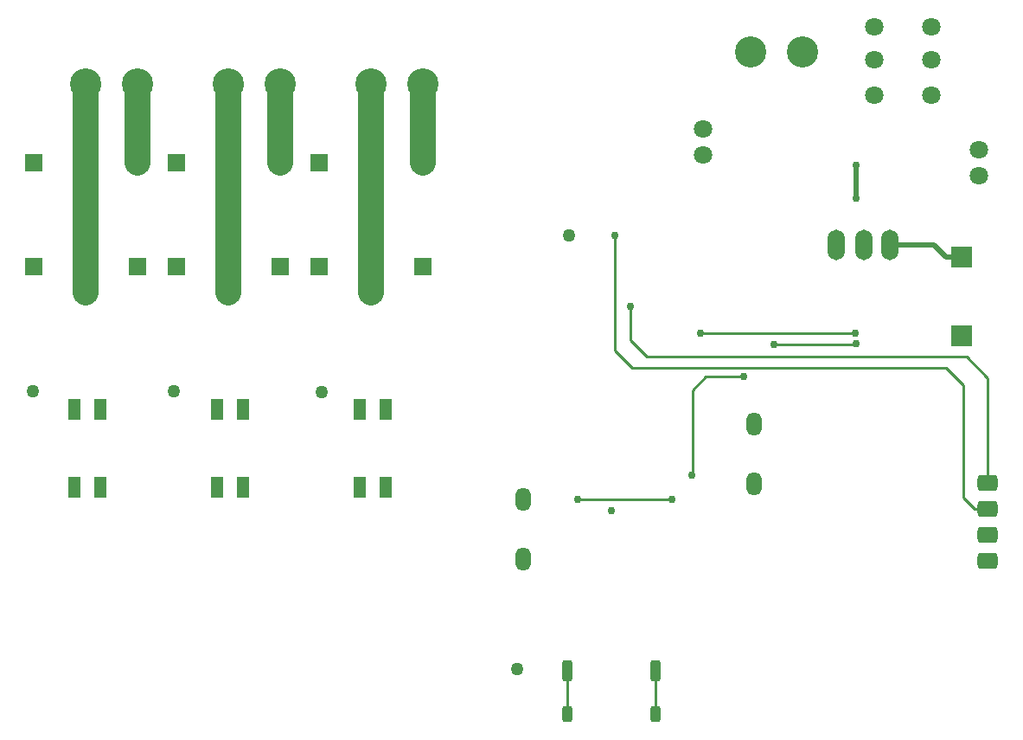
<source format=gbr>
%TF.GenerationSoftware,Altium Limited,Altium Designer,22.0.2 (36)*%
G04 Layer_Physical_Order=2*
G04 Layer_Color=16711680*
%FSLAX45Y45*%
%MOMM*%
%TF.SameCoordinates,D2D0E374-18DE-4B15-8EA8-0B9E4DC8859C*%
%TF.FilePolarity,Positive*%
%TF.FileFunction,Copper,L2,Bot,Signal*%
%TF.Part,Single*%
G01*
G75*
%TA.AperFunction,Conductor*%
%ADD28C,0.25400*%
%ADD29C,0.50000*%
%TA.AperFunction,ComponentPad*%
G04:AMPARAMS|DCode=32|XSize=2.1mm|YSize=1mm|CornerRadius=0.25mm|HoleSize=0mm|Usage=FLASHONLY|Rotation=90.000|XOffset=0mm|YOffset=0mm|HoleType=Round|Shape=RoundedRectangle|*
%AMROUNDEDRECTD32*
21,1,2.10000,0.50000,0,0,90.0*
21,1,1.60000,1.00000,0,0,90.0*
1,1,0.50000,0.25000,0.80000*
1,1,0.50000,0.25000,-0.80000*
1,1,0.50000,-0.25000,-0.80000*
1,1,0.50000,-0.25000,0.80000*
%
%ADD32ROUNDEDRECTD32*%
G04:AMPARAMS|DCode=33|XSize=1.6mm|YSize=1mm|CornerRadius=0.25mm|HoleSize=0mm|Usage=FLASHONLY|Rotation=90.000|XOffset=0mm|YOffset=0mm|HoleType=Round|Shape=RoundedRectangle|*
%AMROUNDEDRECTD33*
21,1,1.60000,0.50000,0,0,90.0*
21,1,1.10000,1.00000,0,0,90.0*
1,1,0.50000,0.25000,0.55000*
1,1,0.50000,0.25000,-0.55000*
1,1,0.50000,-0.25000,-0.55000*
1,1,0.50000,-0.25000,0.55000*
%
%ADD33ROUNDEDRECTD33*%
%ADD34R,2.00000X2.00000*%
%ADD35O,1.50000X2.30000*%
G04:AMPARAMS|DCode=36|XSize=1.6mm|YSize=2mm|CornerRadius=0.4mm|HoleSize=0mm|Usage=FLASHONLY|Rotation=90.000|XOffset=0mm|YOffset=0mm|HoleType=Round|Shape=RoundedRectangle|*
%AMROUNDEDRECTD36*
21,1,1.60000,1.20000,0,0,90.0*
21,1,0.80000,2.00000,0,0,90.0*
1,1,0.80000,0.60000,0.40000*
1,1,0.80000,0.60000,-0.40000*
1,1,0.80000,-0.60000,-0.40000*
1,1,0.80000,-0.60000,0.40000*
%
%ADD36ROUNDEDRECTD36*%
%ADD37C,1.80000*%
%ADD38C,3.04800*%
%ADD39R,1.75000X1.75000*%
%ADD40R,1.20000X2.00000*%
%ADD41O,1.70000X3.00000*%
%TA.AperFunction,ViaPad*%
%ADD42C,0.76200*%
%ADD43C,1.27000*%
%TA.AperFunction,Conductor*%
%ADD44C,2.50000*%
%ADD45C,3.00000*%
D28*
X7681250Y3470000D02*
X7690000Y3478750D01*
Y4300000D01*
X7820000Y4430000D01*
X8190000D01*
X7100000Y4517500D02*
X10175000D01*
X8485000Y4747500D02*
X9287500D01*
X7240000Y4627500D02*
X10372500D01*
X7080000Y4787500D02*
Y5115000D01*
X6932500Y4685000D02*
Y5807500D01*
X7080000Y4787500D02*
X7240000Y4627500D01*
X9287500Y4747500D02*
X9290000Y4750000D01*
X6932500Y4685000D02*
X7100000Y4517500D01*
X10372500Y4627500D02*
X10582500Y4417500D01*
X10175000Y4517500D02*
X10345000Y4347500D01*
X9283157Y4855000D02*
X9286862Y4858705D01*
X7767500Y4855000D02*
X9283157D01*
X6565000Y3230000D02*
X7487500D01*
X10345000Y3247179D02*
Y4347500D01*
X10582500Y3392000D02*
Y4417500D01*
X10345000Y3247179D02*
X10454179Y3138000D01*
X10582500D01*
X7331999Y1131620D02*
Y1549619D01*
X6467999Y1131620D02*
Y1549619D01*
D29*
X9292500Y6179482D02*
Y6495000D01*
Y6179482D02*
X9294533Y6177449D01*
X9292500Y6495000D02*
X9295000Y6497500D01*
X10175000Y5602500D02*
X10322500D01*
X10055000Y5722500D02*
X10175000Y5602500D01*
X9621500Y5722500D02*
X10055000D01*
D32*
X6467999Y1549619D02*
D03*
X7331999D02*
D03*
D33*
Y1131620D02*
D03*
X6467999D02*
D03*
D34*
X10322500Y4827800D02*
D03*
Y5602500D02*
D03*
D35*
X8297500Y3377500D02*
D03*
Y3961700D02*
D03*
X6030000Y2648300D02*
D03*
Y3232500D02*
D03*
D36*
X10582500Y2630000D02*
D03*
Y2884000D02*
D03*
Y3392000D02*
D03*
Y3138000D02*
D03*
D37*
X10030000Y7180000D02*
D03*
Y7530000D02*
D03*
Y7850000D02*
D03*
X9470000Y7180000D02*
D03*
Y7530000D02*
D03*
Y7850000D02*
D03*
X10495000Y6397762D02*
D03*
Y6651762D02*
D03*
X7797500Y6852500D02*
D03*
Y6598500D02*
D03*
D38*
X1744541Y7289093D02*
D03*
X2252542D02*
D03*
X5046542D02*
D03*
X4538541D02*
D03*
X3649542D02*
D03*
X3141541D02*
D03*
X8771500Y7610000D02*
D03*
X8263500D02*
D03*
D39*
X1744542Y5249593D02*
D03*
X2252542Y6519593D02*
D03*
Y5503593D02*
D03*
X1236542D02*
D03*
Y6519593D02*
D03*
X3141542Y5249593D02*
D03*
X3649542Y6519593D02*
D03*
Y5503593D02*
D03*
X2633542D02*
D03*
Y6519593D02*
D03*
X4030542D02*
D03*
Y5503593D02*
D03*
X5046542D02*
D03*
Y6519593D02*
D03*
X4538542Y5249593D02*
D03*
D40*
X1636542Y3343670D02*
D03*
X1890542D02*
D03*
X1636542Y4105670D02*
D03*
X1890542D02*
D03*
X3033542Y3343670D02*
D03*
X3287542D02*
D03*
X3033542Y4105670D02*
D03*
X3287542D02*
D03*
X4430542Y3343670D02*
D03*
X4684542D02*
D03*
X4430542Y4105670D02*
D03*
X4684542D02*
D03*
D41*
X9621500Y5722500D02*
D03*
X9101104D02*
D03*
X9367500D02*
D03*
D42*
X7681250Y3470000D02*
D03*
X9290000Y4750000D02*
D03*
X7487500Y3230000D02*
D03*
X8190000Y4430000D02*
D03*
X6900000Y3120000D02*
D03*
X6565000Y3230000D02*
D03*
X9294533Y6177449D02*
D03*
X9295000Y6497500D02*
D03*
X7080000Y5115000D02*
D03*
X6932500Y5807500D02*
D03*
X8485000Y4747500D02*
D03*
X9286862Y4858705D02*
D03*
X7767500Y4855000D02*
D03*
D43*
X6480000Y5810000D02*
D03*
X1230000Y4290000D02*
D03*
X5970000Y1570000D02*
D03*
X4060000Y4280000D02*
D03*
X2610000Y4290000D02*
D03*
D44*
X5046542Y6519593D02*
Y7289093D01*
X4538541Y5249593D02*
Y7289093D01*
Y5249593D02*
X4538542Y5249593D01*
X3649542Y6519593D02*
Y7289093D01*
X3141542Y5249593D02*
Y7289092D01*
X2252542Y6519593D02*
Y7289093D01*
X1744542Y5249593D02*
Y7289092D01*
D45*
X3141541Y7289093D02*
X3141542Y7289092D01*
X1744541Y7289093D02*
X1744542Y7289092D01*
%TF.MD5,f4535889627184cb9a9494a8654ce3b1*%
M02*

</source>
